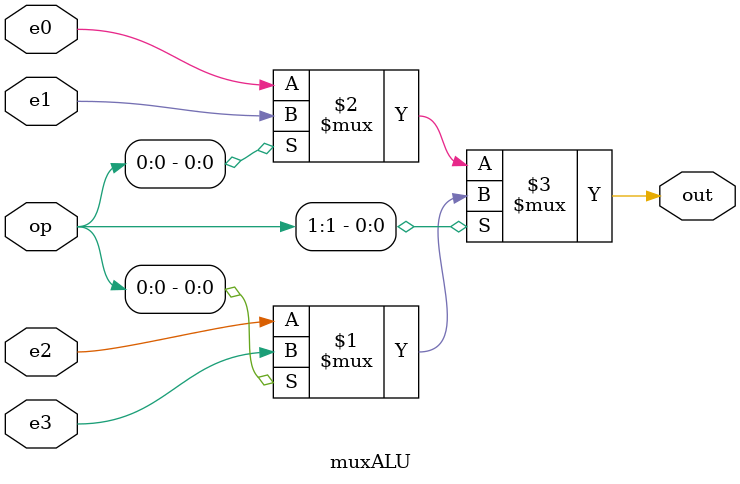
<source format=v>
`timescale 1ns/1ns
module muxALU( out, op, e0, e1, e2, e3 );

    input e0, e1, e2, e3;
	input[1:0] op;
    output out;
	
    assign  out = op[1] ? ( op[0] ? e3 : e2 ) : ( op[0] ? e1 : e0 );
	
endmodule
</source>
